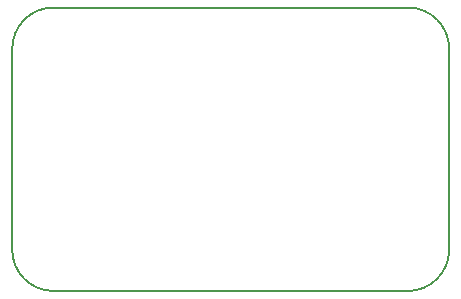
<source format=gbr>
%TF.GenerationSoftware,KiCad,Pcbnew,6.0.6*%
%TF.CreationDate,2022-08-30T17:07:56+02:00*%
%TF.ProjectId,rf_biscuit,72665f62-6973-4637-9569-742e6b696361,rev?*%
%TF.SameCoordinates,Original*%
%TF.FileFunction,Profile,NP*%
%FSLAX46Y46*%
G04 Gerber Fmt 4.6, Leading zero omitted, Abs format (unit mm)*
G04 Created by KiCad (PCBNEW 6.0.6) date 2022-08-30 17:07:56*
%MOMM*%
%LPD*%
G01*
G04 APERTURE LIST*
%TA.AperFunction,Profile*%
%ADD10C,0.150000*%
%TD*%
%TA.AperFunction,Profile*%
%ADD11C,0.200000*%
%TD*%
G04 APERTURE END LIST*
D10*
X61000000Y-80000000D02*
X31000000Y-80000000D01*
X27500000Y-100500000D02*
G75*
G03*
X31000000Y-104000000I3500000J0D01*
G01*
X31000000Y-80000000D02*
G75*
G03*
X27500000Y-83500000I0J-3500000D01*
G01*
D11*
X64500000Y-100500000D02*
X64500000Y-83500000D01*
D10*
X64500000Y-83500000D02*
G75*
G03*
X61000000Y-80000000I-3500000J0D01*
G01*
X61000000Y-104000000D02*
G75*
G03*
X64500000Y-100500000I0J3500000D01*
G01*
X31000000Y-104000000D02*
X61000000Y-104000000D01*
D11*
X27500000Y-83500000D02*
X27500000Y-100500000D01*
M02*

</source>
